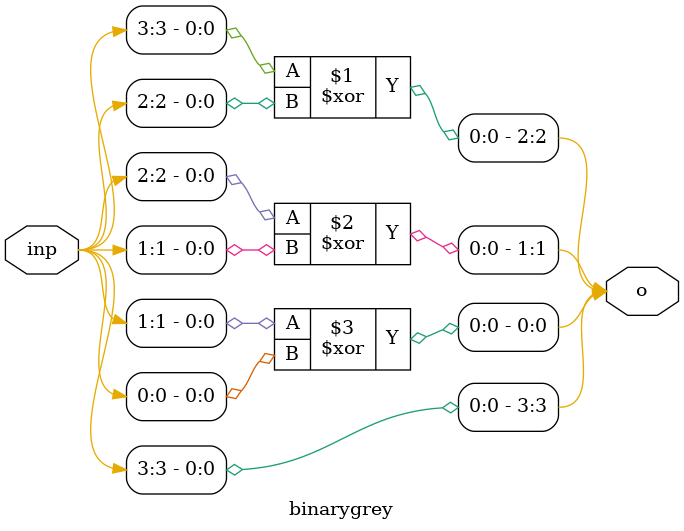
<source format=v>
`timescale 1ns / 1ps


module binarygrey(
    input [3:0]inp,
    output [3:0]o
    );
    
    assign o[3]=inp[3];
    assign o[2]=inp[3]^inp[2];
    assign o[1]=inp[2]^inp[1];
    assign o[0]=inp[1]^inp[0];
endmodule

</source>
